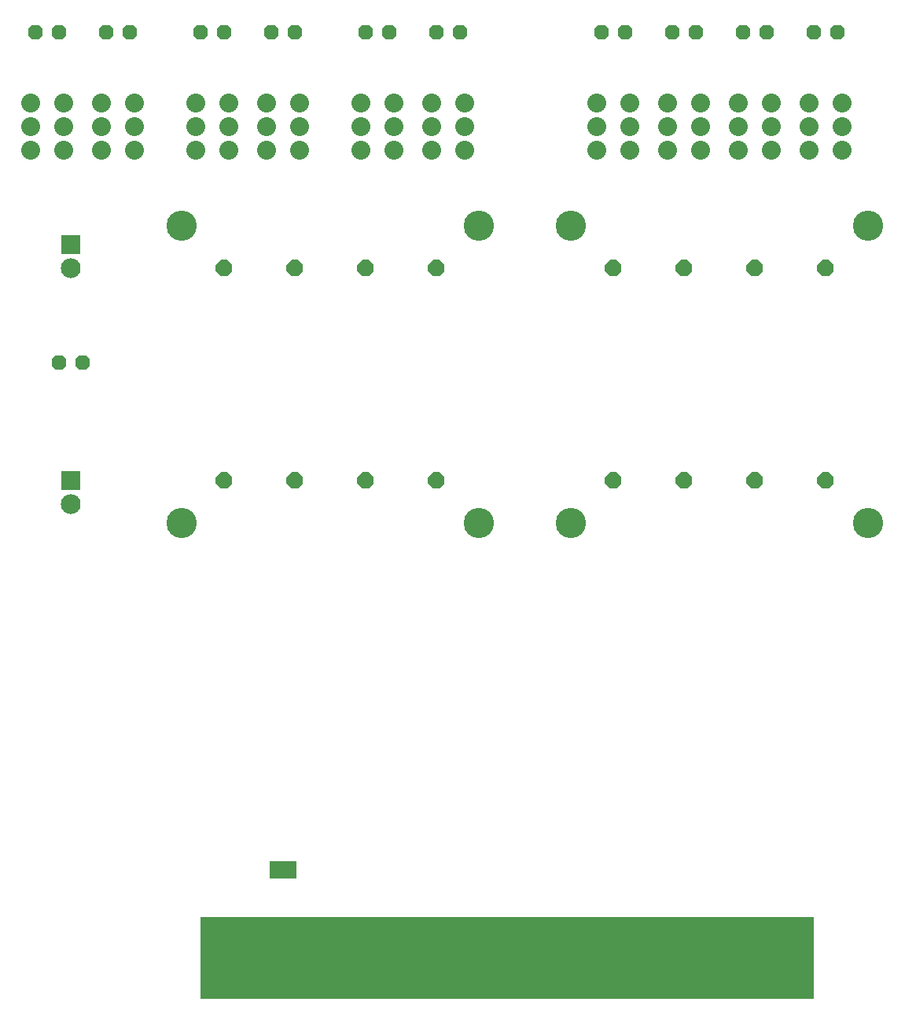
<source format=gts>
G75*
%MOIN*%
%OFA0B0*%
%FSLAX25Y25*%
%IPPOS*%
%LPD*%
%AMOC8*
5,1,8,0,0,1.08239X$1,22.5*
%
%ADD10C,0.12811*%
%ADD11R,2.60000X0.35000*%
%ADD12OC8,0.06200*%
%ADD13R,0.05600X0.07300*%
%ADD14R,0.00600X0.07200*%
%ADD15C,0.08000*%
%ADD16R,0.08400X0.08400*%
%ADD17C,0.08400*%
%ADD18OC8,0.07000*%
D10*
X0079000Y0207000D03*
X0079000Y0333000D03*
X0205000Y0333000D03*
X0244000Y0333000D03*
X0244000Y0207000D03*
X0205000Y0207000D03*
X0370000Y0207000D03*
X0370000Y0333000D03*
D11*
X0217000Y0022500D03*
D12*
X0037000Y0275000D03*
X0027000Y0275000D03*
X0027000Y0415000D03*
X0017000Y0415000D03*
X0047000Y0415000D03*
X0057000Y0415000D03*
X0087000Y0415000D03*
X0097000Y0415000D03*
X0117000Y0415000D03*
X0127000Y0415000D03*
X0157000Y0415000D03*
X0167000Y0415000D03*
X0187000Y0415000D03*
X0197000Y0415000D03*
X0257000Y0415000D03*
X0267000Y0415000D03*
X0287000Y0415000D03*
X0297000Y0415000D03*
X0317000Y0415000D03*
X0327000Y0415000D03*
X0347000Y0415000D03*
X0357000Y0415000D03*
D13*
X0119000Y0060000D03*
X0125000Y0060000D03*
D14*
X0122000Y0060000D03*
D15*
X0115000Y0365000D03*
X0115000Y0375000D03*
X0115000Y0385000D03*
X0129000Y0385000D03*
X0129000Y0375000D03*
X0129000Y0365000D03*
X0155000Y0365000D03*
X0155000Y0375000D03*
X0155000Y0385000D03*
X0169000Y0385000D03*
X0169000Y0375000D03*
X0169000Y0365000D03*
X0185000Y0365000D03*
X0185000Y0375000D03*
X0185000Y0385000D03*
X0199000Y0385000D03*
X0199000Y0375000D03*
X0199000Y0365000D03*
X0255000Y0365000D03*
X0255000Y0375000D03*
X0255000Y0385000D03*
X0269000Y0385000D03*
X0269000Y0375000D03*
X0269000Y0365000D03*
X0285000Y0365000D03*
X0285000Y0375000D03*
X0285000Y0385000D03*
X0299000Y0385000D03*
X0299000Y0375000D03*
X0299000Y0365000D03*
X0315000Y0365000D03*
X0315000Y0375000D03*
X0315000Y0385000D03*
X0329000Y0385000D03*
X0329000Y0375000D03*
X0329000Y0365000D03*
X0345000Y0365000D03*
X0345000Y0375000D03*
X0345000Y0385000D03*
X0359000Y0385000D03*
X0359000Y0375000D03*
X0359000Y0365000D03*
X0099000Y0365000D03*
X0099000Y0375000D03*
X0099000Y0385000D03*
X0085000Y0385000D03*
X0085000Y0375000D03*
X0085000Y0365000D03*
X0059000Y0365000D03*
X0059000Y0375000D03*
X0059000Y0385000D03*
X0045000Y0385000D03*
X0045000Y0375000D03*
X0045000Y0365000D03*
X0029000Y0365000D03*
X0029000Y0375000D03*
X0029000Y0385000D03*
X0015000Y0385000D03*
X0015000Y0375000D03*
X0015000Y0365000D03*
D16*
X0032000Y0325000D03*
X0032000Y0225000D03*
D17*
X0032000Y0215000D03*
X0032000Y0315000D03*
D18*
X0097000Y0315000D03*
X0127000Y0315000D03*
X0157000Y0315000D03*
X0187000Y0315000D03*
X0262000Y0315000D03*
X0292000Y0315000D03*
X0322000Y0315000D03*
X0352000Y0315000D03*
X0352000Y0225000D03*
X0322000Y0225000D03*
X0292000Y0225000D03*
X0262000Y0225000D03*
X0187000Y0225000D03*
X0157000Y0225000D03*
X0127000Y0225000D03*
X0097000Y0225000D03*
M02*

</source>
